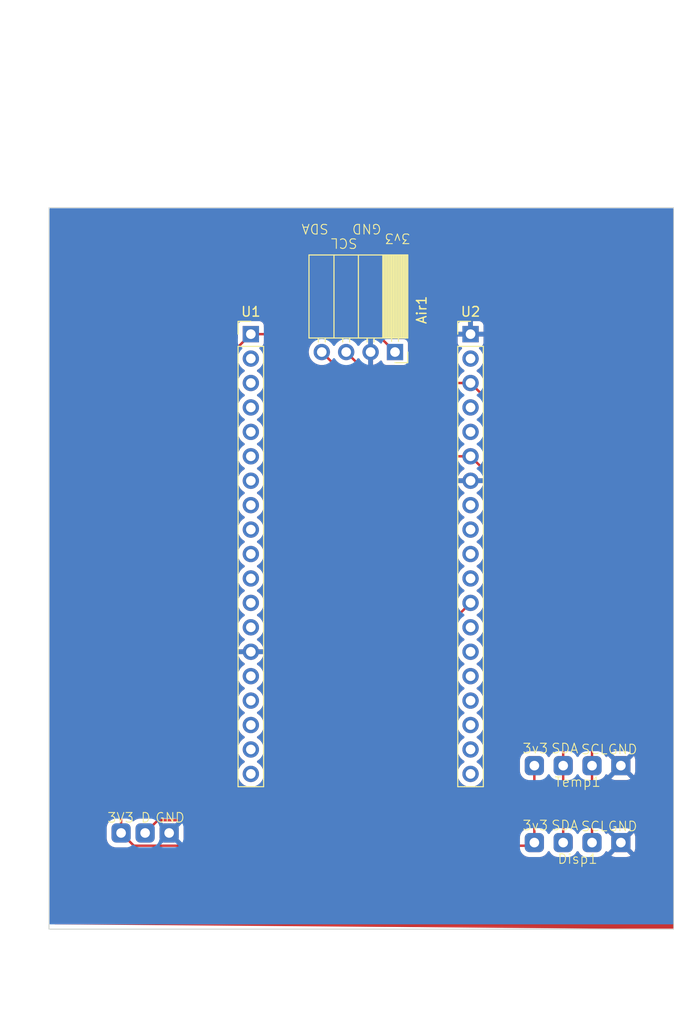
<source format=kicad_pcb>
(kicad_pcb (version 20221018) (generator pcbnew)
  (layers (0 "F.Cu" signal) (31 "B.Cu" signal) (34 "B.Paste" user) (35 "F.Paste" user) (36 "B.SilkS" user "B.Silkscreen") (37 "F.SilkS" user "F.Silkscreen") (38 "B.Mask" user) (39 "F.Mask" user) (44 "Edge.Cuts" user))
  (net 0 "")
  (net 1 "3V3")
  (net 2 "SDA")
  (net 3 "SCL")
  (net 4 "GND")
  (net 5 "Net-(Outside1-D)")
  (footprint "esp32_devboards:I2C_Pads" (layer "F.Cu") (at 105 116)
    (fp_text reference "Disp1" (at 0 1.7 unlocked) (layer "F.SilkS") (effects (font (thickness 0.1))))
    (fp_text value "~")
    (fp_text user "GND" (at 3.1 -1.1 unlocked) (layer "F.SilkS") (effects (font (thickness 0.1)) (justify left bottom)))
    (fp_text user "SCL" (at 0.3 -1.1 unlocked) (layer "F.SilkS") (effects (font (thickness 0.1)) (justify left bottom)))
    (fp_text user "SDA" (at -2.8 -1.2 unlocked) (layer "F.SilkS") (effects (font (thickness 0.1)) (justify left bottom)))
    (fp_text user "3v3" (at -5.8 -1.2 unlocked) (layer "F.SilkS") (effects (font (thickness 0.1)) (justify left bottom)))
    (pad "1" thru_hole roundrect (at -4.5 0) (size 2 2) (drill 1) (layers "*.Cu" "*.Mask") (net 1 "3V3"))
    (pad "2" thru_hole roundrect (at -1.5 0) (size 2 2) (drill 1) (layers "*.Cu" "*.Mask") (net 2 "SDA"))
    (pad "3" thru_hole roundrect (at 1.5 0) (size 2 2) (drill 1) (layers "*.Cu" "*.Mask") (net 3 "SCL"))
    (pad "4" thru_hole roundrect (at 4.5 0) (size 2 2) (drill 1) (layers "*.Cu" "*.Mask") (net 4 "GND"))
  )
  (footprint "esp32_devboards:esp32_38P_left" (layer "F.Cu") (at 71 86)
    (fp_text reference "U1" (at 0 -25.19) (layer "F.SilkS"))
    (fp_text value "esp32_38P_Left" hide)
    (fp_line (start -1.33 -24.19) (end 0 -24.19) (stroke (width 0.12)) (layer "F.SilkS"))
    (fp_line (start -1.33 -22.86) (end -1.33 -24.19) (stroke (width 0.12)) (layer "F.SilkS"))
    (fp_line (start -1.33 -21.59) (end -1.33 24.19) (stroke (width 0.12)) (layer "F.SilkS"))
    (fp_line (start -1.33 -21.59) (end 1.33 -21.59) (stroke (width 0.12)) (layer "F.SilkS"))
    (fp_line (start -1.33 24.19) (end 1.33 24.19) (stroke (width 0.12)) (layer "F.SilkS"))
    (fp_line (start 1.33 -21.59) (end 1.33 24.19) (stroke (width 0.12)) (layer "F.SilkS"))
    (pad "1" thru_hole rect (at 0 -22.86) (size 1.7 1.7) (drill 1) (layers "*.Cu" "*.Mask") (net 1 "3V3"))
    (pad "2" thru_hole oval (at 0 -20.32) (size 1.7 1.7) (drill 1) (layers "*.Cu" "*.Mask"))
    (pad "3" thru_hole oval (at 0 -17.78) (size 1.7 1.7) (drill 1) (layers "*.Cu" "*.Mask"))
    (pad "4" thru_hole oval (at 0 -15.24) (size 1.7 1.7) (drill 1) (layers "*.Cu" "*.Mask"))
    (pad "5" thru_hole oval (at 0 -12.7) (size 1.7 1.7) (drill 1) (layers "*.Cu" "*.Mask"))
    (pad "6" thru_hole oval (at 0 -10.16) (size 1.7 1.7) (drill 1) (layers "*.Cu" "*.Mask"))
    (pad "7" thru_hole oval (at 0 -7.62) (size 1.7 1.7) (drill 1) (layers "*.Cu" "*.Mask"))
    (pad "8" thru_hole oval (at 0 -5.08) (size 1.7 1.7) (drill 1) (layers "*.Cu" "*.Mask"))
    (pad "9" thru_hole oval (at 0 -2.54) (size 1.7 1.7) (drill 1) (layers "*.Cu" "*.Mask"))
    (pad "10" thru_hole oval (at 0 0) (size 1.7 1.7) (drill 1) (layers "*.Cu" "*.Mask"))
    (pad "11" thru_hole oval (at 0 2.54) (size 1.7 1.7) (drill 1) (layers "*.Cu" "*.Mask"))
    (pad "12" thru_hole oval (at 0 5.08) (size 1.7 1.7) (drill 1) (layers "*.Cu" "*.Mask"))
    (pad "13" thru_hole oval (at 0 7.62) (size 1.7 1.7) (drill 1) (layers "*.Cu" "*.Mask"))
    (pad "14" thru_hole oval (at 0 10.16) (size 1.7 1.7) (drill 1) (layers "*.Cu" "*.Mask") (net 4 "GND"))
    (pad "15" thru_hole oval (at 0 12.7) (size 1.7 1.7) (drill 1) (layers "*.Cu" "*.Mask"))
    (pad "16" thru_hole oval (at 0 15.24) (size 1.7 1.7) (drill 1) (layers "*.Cu" "*.Mask"))
    (pad "17" thru_hole oval (at 0 17.78) (size 1.7 1.7) (drill 1) (layers "*.Cu" "*.Mask"))
    (pad "18" thru_hole oval (at 0 20.32) (size 1.7 1.7) (drill 1) (layers "*.Cu" "*.Mask"))
    (pad "19" thru_hole oval (at 0 22.86) (size 1.7 1.7) (drill 1) (layers "*.Cu" "*.Mask"))
  )
  (footprint "Connector_PinSocket_2.54mm:PinSocket_1x04_P2.54mm_Horizontal" (layer "F.Cu") (at 86 65 -90)
    (fp_text reference "Air1" (at -4.38 -2.77 90) (layer "F.SilkS"))
    (fp_text value "~")
    (fp_text user "SCL" (at -11.9 3.85 -180 unlocked) (layer "F.SilkS") (effects (font (thickness 0.1)) (justify left bottom)))
    (fp_text user "GND" (at -13.4 1.35 -180 unlocked) (layer "F.SilkS") (effects (font (thickness 0.1)) (justify left bottom)))
    (fp_text user "3v3" (at -12.4 -1.65 -180 unlocked) (layer "F.SilkS") (effects (font (thickness 0.1)) (justify left bottom)))
    (fp_text user "SDA" (at -13.4 6.85 -180 unlocked) (layer "F.SilkS") (effects (font (thickness 0.1)) (justify left bottom)))
    (fp_line (start -10.09 -1.33) (end -10.09 8.95) (stroke (width 0.12)) (layer "F.SilkS"))
    (fp_line (start -10.09 -1.33) (end -1.46 -1.33) (stroke (width 0.12)) (layer "F.SilkS"))
    (fp_line (start -10.09 -1.21) (end -1.46 -1.21) (stroke (width 0.12)) (layer "F.SilkS"))
    (fp_line (start -10.09 -1.091905) (end -1.46 -1.091905) (stroke (width 0.12)) (layer "F.SilkS"))
    (fp_line (start -10.09 -0.97381) (end -1.46 -0.97381) (stroke (width 0.12)) (layer "F.SilkS"))
    (fp_line (start -10.09 -0.855715) (end -1.46 -0.855715) (stroke (width 0.12)) (layer "F.SilkS"))
    (fp_line (start -10.09 -0.73762) (end -1.46 -0.73762) (stroke (width 0.12)) (layer "F.SilkS"))
    (fp_line (start -10.09 -0.619525) (end -1.46 -0.619525) (stroke (width 0.12)) (layer "F.SilkS"))
    (fp_line (start -10.09 -0.50143) (end -1.46 -0.50143) (stroke (width 0.12)) (layer "F.SilkS"))
    (fp_line (start -10.09 -0.383335) (end -1.46 -0.383335) (stroke (width 0.12)) (layer "F.SilkS"))
    (fp_line (start -10.09 -0.26524) (end -1.46 -0.26524) (stroke (width 0.12)) (layer "F.SilkS"))
    (fp_line (start -10.09 -0.147145) (end -1.46 -0.147145) (stroke (width 0.12)) (layer "F.SilkS"))
    (fp_line (start -10.09 -0.02905) (end -1.46 -0.02905) (stroke (width 0.12)) (layer "F.SilkS"))
    (fp_line (start -10.09 0.089045) (end -1.46 0.089045) (stroke (width 0.12)) (layer "F.SilkS"))
    (fp_line (start -10.09 0.20714) (end -1.46 0.20714) (stroke (width 0.12)) (layer "F.SilkS"))
    (fp_line (start -10.09 0.325235) (end -1.46 0.325235) (stroke (width 0.12)) (layer "F.SilkS"))
    (fp_line (start -10.09 0.44333) (end -1.46 0.44333) (stroke (width 0.12)) (layer "F.SilkS"))
    (fp_line (start -10.09 0.561425) (end -1.46 0.561425) (stroke (width 0.12)) (layer "F.SilkS"))
    (fp_line (start -10.09 0.67952) (end -1.46 0.67952) (stroke (width 0.12)) (layer "F.SilkS"))
    (fp_line (start -10.09 0.797615) (end -1.46 0.797615) (stroke (width 0.12)) (layer "F.SilkS"))
    (fp_line (start -10.09 0.91571) (end -1.46 0.91571) (stroke (width 0.12)) (layer "F.SilkS"))
    (fp_line (start -10.09 1.033805) (end -1.46 1.033805) (stroke (width 0.12)) (layer "F.SilkS"))
    (fp_line (start -10.09 1.1519) (end -1.46 1.1519) (stroke (width 0.12)) (layer "F.SilkS"))
    (fp_line (start -10.09 1.27) (end -1.46 1.27) (stroke (width 0.12)) (layer "F.SilkS"))
    (fp_line (start -10.09 3.81) (end -1.46 3.81) (stroke (width 0.12)) (layer "F.SilkS"))
    (fp_line (start -10.09 6.35) (end -1.46 6.35) (stroke (width 0.12)) (layer "F.SilkS"))
    (fp_line (start -10.09 8.95) (end -1.46 8.95) (stroke (width 0.12)) (layer "F.SilkS"))
    (fp_line (start -1.46 -1.33) (end -1.46 8.95) (stroke (width 0.12)) (layer "F.SilkS"))
    (fp_line (start -1.46 -0.36) (end -1.11 -0.36) (stroke (width 0.12)) (layer "F.SilkS"))
    (fp_line (start -1.46 0.36) (end -1.11 0.36) (stroke (width 0.12)) (layer "F.SilkS"))
    (fp_line (start -1.46 2.18) (end -1.05 2.18) (stroke (width 0.12)) (layer "F.SilkS"))
    (fp_line (start -1.46 2.9) (end -1.05 2.9) (stroke (width 0.12)) (layer "F.SilkS"))
    (fp_line (start -1.46 4.72) (end -1.05 4.72) (stroke (width 0.12)) (layer "F.SilkS"))
    (fp_line (start -1.46 5.44) (end -1.05 5.44) (stroke (width 0.12)) (layer "F.SilkS"))
    (fp_line (start -1.46 7.26) (end -1.05 7.26) (stroke (width 0.12)) (layer "F.SilkS"))
    (fp_line (start -1.46 7.98) (end -1.05 7.98) (stroke (width 0.12)) (layer "F.SilkS"))
    (fp_line (start 0 -1.33) (end 1.11 -1.33) (stroke (width 0.12)) (layer "F.SilkS"))
    (fp_line (start 1.11 -1.33) (end 1.11 0) (stroke (width 0.12)) (layer "F.SilkS"))
    (pad "1" thru_hole rect (at 0 0 270) (size 1.7 1.7) (drill 1) (layers "*.Cu" "*.Mask") (net 1 "3V3"))
    (pad "2" thru_hole oval (at 0 2.54 270) (size 1.7 1.7) (drill 1) (layers "*.Cu" "*.Mask") (net 4 "GND"))
    (pad "3" thru_hole oval (at 0 5.08 270) (size 1.7 1.7) (drill 1) (layers "*.Cu" "*.Mask") (net 3 "SCL"))
    (pad "4" thru_hole oval (at 0 7.62 270) (size 1.7 1.7) (drill 1) (layers "*.Cu" "*.Mask") (net 2 "SDA"))
  )
  (footprint "esp32_devboards:3WIRE_Pads" (layer "F.Cu") (at 60 115)
    (fp_text reference "Outside1" hide)
    (fp_text value "3WIRE_Pads")
    (fp_text user "3V3" (at -4 -1 unlocked) (layer "F.SilkS") (effects (font (thickness 0.1)) (justify left bottom)))
    (fp_text user "GND" (at 1 -1 unlocked) (layer "F.SilkS") (effects (font (thickness 0.1)) (justify left bottom)))
    (fp_text user "D" (at -0.5 -1 unlocked) (layer "F.SilkS") (effects (font (thickness 0.1)) (justify left bottom)))
    (pad "1" thru_hole roundrect (at -2.5 0) (size 2 2) (drill 1) (layers "*.Cu" "*.Mask") (net 1 "3V3"))
    (pad "2" thru_hole roundrect (at 0 0) (size 2 2) (drill 1) (layers "*.Cu" "*.Mask") (net 5 "Net-(Outside1-D)"))
    (pad "3" thru_hole roundrect (at 2.5 0) (size 2 2) (drill 1) (layers "*.Cu" "*.Mask") (net 4 "GND"))
  )
  (footprint "esp32_devboards:I2C_Pads" (layer "F.Cu") (at 105 108)
    (fp_text reference "Temp1" (at 0 1.7 unlocked) (layer "F.SilkS") (effects (font (thickness 0.1))))
    (fp_text value "~")
    (fp_text user "3v3" (at -5.8 -1.2 unlocked) (layer "F.SilkS") (effects (font (thickness 0.1)) (justify left bottom)))
    (fp_text user "SDA" (at -2.8 -1.2 unlocked) (layer "F.SilkS") (effects (font (thickness 0.1)) (justify left bottom)))
    (fp_text user "GND" (at 3.1 -1.1 unlocked) (layer "F.SilkS") (effects (font (thickness 0.1)) (justify left bottom)))
    (fp_text user "SCL" (at 0.3 -1.1 unlocked) (layer "F.SilkS") (effects (font (thickness 0.1)) (justify left bottom)))
    (pad "1" thru_hole roundrect (at -4.5 0) (size 2 2) (drill 1) (layers "*.Cu" "*.Mask") (net 1 "3V3"))
    (pad "2" thru_hole roundrect (at -1.5 0) (size 2 2) (drill 1) (layers "*.Cu" "*.Mask") (net 2 "SDA"))
    (pad "3" thru_hole roundrect (at 1.5 0) (size 2 2) (drill 1) (layers "*.Cu" "*.Mask") (net 3 "SCL"))
    (pad "4" thru_hole roundrect (at 4.5 0) (size 2 2) (drill 1) (layers "*.Cu" "*.Mask") (net 4 "GND"))
  )
  (footprint "esp32_devboards:esp32_38P_right" (layer "F.Cu") (at 93.86 86)
    (fp_text reference "U2" (at 0 -25.19) (layer "F.SilkS"))
    (fp_text value "esp32_38P_Right")
    (fp_line (start -1.33 -24.19) (end 0 -24.19) (stroke (width 0.12)) (layer "F.SilkS"))
    (fp_line (start -1.33 -22.86) (end -1.33 -24.19) (stroke (width 0.12)) (layer "F.SilkS"))
    (fp_line (start -1.33 -21.59) (end -1.33 24.19) (stroke (width 0.12)) (layer "F.SilkS"))
    (fp_line (start -1.33 -21.59) (end 1.33 -21.59) (stroke (width 0.12)) (layer "F.SilkS"))
    (fp_line (start -1.33 24.19) (end 1.33 24.19) (stroke (width 0.12)) (layer "F.SilkS"))
    (fp_line (start 1.33 -21.59) (end 1.33 24.19) (stroke (width 0.12)) (layer "F.SilkS"))
    (pad "20" thru_hole oval (at 0 22.86) (size 1.7 1.7) (drill 1) (layers "*.Cu" "*.Mask"))
    (pad "21" thru_hole oval (at 0 20.32) (size 1.7 1.7) (drill 1) (layers "*.Cu" "*.Mask"))
    (pad "22" thru_hole oval (at 0 17.78) (size 1.7 1.7) (drill 1) (layers "*.Cu" "*.Mask"))
    (pad "23" thru_hole oval (at 0 15.24) (size 1.7 1.7) (drill 1) (layers "*.Cu" "*.Mask"))
    (pad "24" thru_hole oval (at 0 12.7) (size 1.7 1.7) (drill 1) (layers "*.Cu" "*.Mask"))
    (pad "25" thru_hole oval (at 0 10.16) (size 1.7 1.7) (drill 1) (layers "*.Cu" "*.Mask"))
    (pad "26" thru_hole oval (at 0 7.62) (size 1.7 1.7) (drill 1) (layers "*.Cu" "*.Mask"))
    (pad "27" thru_hole oval (at 0 5.08) (size 1.7 1.7) (drill 1) (layers "*.Cu" "*.Mask") (net 5 "Net-(Outside1-D)"))
    (pad "28" thru_hole oval (at 0 2.54) (size 1.7 1.7) (drill 1) (layers "*.Cu" "*.Mask"))
    (pad "29" thru_hole oval (at 0 0) (size 1.7 1.7) (drill 1) (layers "*.Cu" "*.Mask"))
    (pad "30" thru_hole oval (at 0 -2.54) (size 1.7 1.7) (drill 1) (layers "*.Cu" "*.Mask"))
    (pad "31" thru_hole oval (at 0 -5.08) (size 1.7 1.7) (drill 1) (layers "*.Cu" "*.Mask"))
    (pad "32" thru_hole oval (at 0 -7.62) (size 1.7 1.7) (drill 1) (layers "*.Cu" "*.Mask") (net 4 "GND"))
    (pad "33" thru_hole oval (at 0 -10.16) (size 1.7 1.7) (drill 1) (layers "*.Cu" "*.Mask") (net 2 "SDA"))
    (pad "34" thru_hole oval (at 0 -12.7) (size 1.7 1.7) (drill 1) (layers "*.Cu" "*.Mask"))
    (pad "35" thru_hole oval (at 0 -15.24) (size 1.7 1.7) (drill 1) (layers "*.Cu" "*.Mask"))
    (pad "36" thru_hole oval (at 0 -17.78) (size 1.7 1.7) (drill 1) (layers "*.Cu" "*.Mask") (net 3 "SCL"))
    (pad "37" thru_hole oval (at 0 -20.32) (size 1.7 1.7) (drill 1) (layers "*.Cu" "*.Mask"))
    (pad "38" thru_hole rect (at 0 -22.86) (size 1.7 1.7) (drill 1) (layers "*.Cu" "*.Mask") (net 4 "GND"))
  )
  (gr_rect (start 45 28.5) (end 45 28.5) (stroke (width 0.2)) (fill none) (layer "F.Cu"))
  (gr_rect (start 50 50) (end 115 125) (stroke (width 0.1)) (fill none) (layer "Edge.Cuts"))
  (segment (start 57.5 76.64) (end 71 63.14) (width 0.25) (layer "F.Cu") (net 1))
  (segment (start 86 65) (end 84.14 63.14) (width 0.25) (layer "F.Cu") (net 1))
  (segment (start 58.825 116.325) (end 57.5 115) (width 0.25) (layer "F.Cu") (net 1))
  (segment (start 57.5 115) (end 57.5 76.64) (width 0.25) (layer "F.Cu") (net 1))
  (segment (start 100.5 116) (end 100.175 116.325) (width 0.25) (layer "F.Cu") (net 1))
  (segment (start 84.14 63.14) (end 71 63.14) (width 0.25) (layer "F.Cu") (net 1))
  (segment (start 100.175 116.325) (end 58.825 116.325) (width 0.25) (layer "F.Cu") (net 1))
  (segment (start 100.5 116) (end 100.5 108) (width 0.25) (layer "F.Cu") (net 1))
  (segment (start 103.5 108) (end 103.5 85.48) (width 0.25) (layer "F.Cu") (net 2))
  (segment (start 78.38 65) (end 89.22 75.84) (width 0.25) (layer "F.Cu") (net 2))
  (segment (start 103.5 85.48) (end 93.86 75.84) (width 0.25) (layer "F.Cu") (net 2))
  (segment (start 103.5 116) (end 103.5 108) (width 0.25) (layer "F.Cu") (net 2))
  (segment (start 89.22 75.84) (end 93.86 75.84) (width 0.25) (layer "F.Cu") (net 2))
  (segment (start 84.14 68.22) (end 93.86 68.22) (width 0.25) (layer "F.Cu") (net 3))
  (segment (start 106.5 116) (end 106.5 108) (width 0.25) (layer "F.Cu") (net 3))
  (segment (start 106.5 80.86) (end 93.86 68.22) (width 0.25) (layer "F.Cu") (net 3))
  (segment (start 80.92 65) (end 84.14 68.22) (width 0.25) (layer "F.Cu") (net 3))
  (segment (start 106.5 108) (end 106.5 80.86) (width 0.25) (layer "F.Cu") (net 3))
  (segment (start 60 115) (end 61.325 113.675) (width 0.25) (layer "F.Cu") (net 5))
  (segment (start 61.325 113.675) (end 71.265 113.675) (width 0.25) (layer "F.Cu") (net 5))
  (segment (start 71.265 113.675) (end 93.86 91.08) (width 0.25) (layer "F.Cu") (net 5))
  (zone (net 4) (net_name "GND") (layer "F.Cu") (priority 1) (connect_pads (clearance 0.5)) (min_thickness 0.25) (fill yes (thermal_gap 0.5) (thermal_bridge_width 0.5))
    (polygon (pts (xy 50 50) (xy 115 50) (xy 115 125) (xy 50.5 124.5)))
  )
  (zone (net 4) (net_name "GND") (layer "B.Cu") (connect_pads (clearance 0.5)) (min_thickness 0.25) (fill yes (thermal_gap 0.5) (thermal_bridge_width 0.5))
    (polygon (pts (xy 50 124.5) (xy 115 124.5) (xy 115 50) (xy 50 50)))
  )
)
</source>
